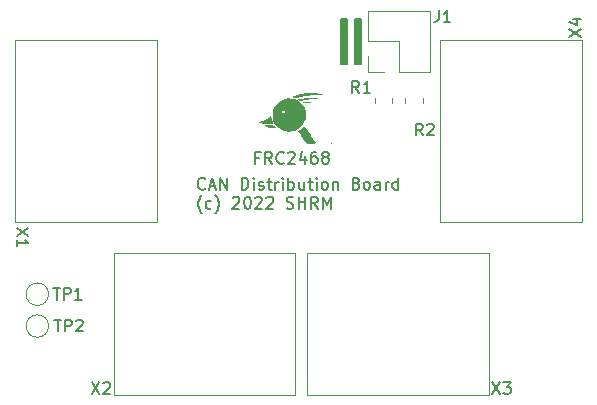
<source format=gbr>
%TF.GenerationSoftware,KiCad,Pcbnew,(6.0.8-1)-1*%
%TF.CreationDate,2022-12-26T11:19:25-06:00*%
%TF.ProjectId,CAN Distribution Board With Power v2,43414e20-4469-4737-9472-69627574696f,rev?*%
%TF.SameCoordinates,Original*%
%TF.FileFunction,Legend,Top*%
%TF.FilePolarity,Positive*%
%FSLAX46Y46*%
G04 Gerber Fmt 4.6, Leading zero omitted, Abs format (unit mm)*
G04 Created by KiCad (PCBNEW (6.0.8-1)-1) date 2022-12-26 11:19:25*
%MOMM*%
%LPD*%
G01*
G04 APERTURE LIST*
%ADD10C,0.150000*%
%ADD11C,0.120000*%
G04 APERTURE END LIST*
D10*
X124300000Y-86900000D02*
X123800000Y-86900000D01*
X123800000Y-86900000D02*
X123800000Y-90700000D01*
X123800000Y-90700000D02*
X124300000Y-90700000D01*
X124300000Y-90700000D02*
X124300000Y-86900000D01*
G36*
X124300000Y-86900000D02*
G01*
X123800000Y-86900000D01*
X123800000Y-90700000D01*
X124300000Y-90700000D01*
X124300000Y-86900000D01*
G37*
X123100000Y-86900000D02*
X122600000Y-86900000D01*
X122600000Y-86900000D02*
X122600000Y-90700000D01*
X122600000Y-90700000D02*
X123100000Y-90700000D01*
X123100000Y-90700000D02*
X123100000Y-86900000D01*
G36*
X123100000Y-86900000D02*
G01*
X122600000Y-86900000D01*
X122600000Y-90700000D01*
X123100000Y-90700000D01*
X123100000Y-86900000D01*
G37*
X111107023Y-101252142D02*
X111059404Y-101299761D01*
X110916547Y-101347380D01*
X110821309Y-101347380D01*
X110678452Y-101299761D01*
X110583214Y-101204523D01*
X110535595Y-101109285D01*
X110487976Y-100918809D01*
X110487976Y-100775952D01*
X110535595Y-100585476D01*
X110583214Y-100490238D01*
X110678452Y-100395000D01*
X110821309Y-100347380D01*
X110916547Y-100347380D01*
X111059404Y-100395000D01*
X111107023Y-100442619D01*
X111487976Y-101061666D02*
X111964166Y-101061666D01*
X111392738Y-101347380D02*
X111726071Y-100347380D01*
X112059404Y-101347380D01*
X112392738Y-101347380D02*
X112392738Y-100347380D01*
X112964166Y-101347380D01*
X112964166Y-100347380D01*
X114202261Y-101347380D02*
X114202261Y-100347380D01*
X114440357Y-100347380D01*
X114583214Y-100395000D01*
X114678452Y-100490238D01*
X114726071Y-100585476D01*
X114773690Y-100775952D01*
X114773690Y-100918809D01*
X114726071Y-101109285D01*
X114678452Y-101204523D01*
X114583214Y-101299761D01*
X114440357Y-101347380D01*
X114202261Y-101347380D01*
X115202261Y-101347380D02*
X115202261Y-100680714D01*
X115202261Y-100347380D02*
X115154642Y-100395000D01*
X115202261Y-100442619D01*
X115249880Y-100395000D01*
X115202261Y-100347380D01*
X115202261Y-100442619D01*
X115630833Y-101299761D02*
X115726071Y-101347380D01*
X115916547Y-101347380D01*
X116011785Y-101299761D01*
X116059404Y-101204523D01*
X116059404Y-101156904D01*
X116011785Y-101061666D01*
X115916547Y-101014047D01*
X115773690Y-101014047D01*
X115678452Y-100966428D01*
X115630833Y-100871190D01*
X115630833Y-100823571D01*
X115678452Y-100728333D01*
X115773690Y-100680714D01*
X115916547Y-100680714D01*
X116011785Y-100728333D01*
X116345119Y-100680714D02*
X116726071Y-100680714D01*
X116487976Y-100347380D02*
X116487976Y-101204523D01*
X116535595Y-101299761D01*
X116630833Y-101347380D01*
X116726071Y-101347380D01*
X117059404Y-101347380D02*
X117059404Y-100680714D01*
X117059404Y-100871190D02*
X117107023Y-100775952D01*
X117154642Y-100728333D01*
X117249880Y-100680714D01*
X117345119Y-100680714D01*
X117678452Y-101347380D02*
X117678452Y-100680714D01*
X117678452Y-100347380D02*
X117630833Y-100395000D01*
X117678452Y-100442619D01*
X117726071Y-100395000D01*
X117678452Y-100347380D01*
X117678452Y-100442619D01*
X118154642Y-101347380D02*
X118154642Y-100347380D01*
X118154642Y-100728333D02*
X118249880Y-100680714D01*
X118440357Y-100680714D01*
X118535595Y-100728333D01*
X118583214Y-100775952D01*
X118630833Y-100871190D01*
X118630833Y-101156904D01*
X118583214Y-101252142D01*
X118535595Y-101299761D01*
X118440357Y-101347380D01*
X118249880Y-101347380D01*
X118154642Y-101299761D01*
X119487976Y-100680714D02*
X119487976Y-101347380D01*
X119059404Y-100680714D02*
X119059404Y-101204523D01*
X119107023Y-101299761D01*
X119202261Y-101347380D01*
X119345119Y-101347380D01*
X119440357Y-101299761D01*
X119487976Y-101252142D01*
X119821309Y-100680714D02*
X120202261Y-100680714D01*
X119964166Y-100347380D02*
X119964166Y-101204523D01*
X120011785Y-101299761D01*
X120107023Y-101347380D01*
X120202261Y-101347380D01*
X120535595Y-101347380D02*
X120535595Y-100680714D01*
X120535595Y-100347380D02*
X120487976Y-100395000D01*
X120535595Y-100442619D01*
X120583214Y-100395000D01*
X120535595Y-100347380D01*
X120535595Y-100442619D01*
X121154642Y-101347380D02*
X121059404Y-101299761D01*
X121011785Y-101252142D01*
X120964166Y-101156904D01*
X120964166Y-100871190D01*
X121011785Y-100775952D01*
X121059404Y-100728333D01*
X121154642Y-100680714D01*
X121297500Y-100680714D01*
X121392738Y-100728333D01*
X121440357Y-100775952D01*
X121487976Y-100871190D01*
X121487976Y-101156904D01*
X121440357Y-101252142D01*
X121392738Y-101299761D01*
X121297500Y-101347380D01*
X121154642Y-101347380D01*
X121916547Y-100680714D02*
X121916547Y-101347380D01*
X121916547Y-100775952D02*
X121964166Y-100728333D01*
X122059404Y-100680714D01*
X122202261Y-100680714D01*
X122297500Y-100728333D01*
X122345119Y-100823571D01*
X122345119Y-101347380D01*
X123916547Y-100823571D02*
X124059404Y-100871190D01*
X124107023Y-100918809D01*
X124154642Y-101014047D01*
X124154642Y-101156904D01*
X124107023Y-101252142D01*
X124059404Y-101299761D01*
X123964166Y-101347380D01*
X123583214Y-101347380D01*
X123583214Y-100347380D01*
X123916547Y-100347380D01*
X124011785Y-100395000D01*
X124059404Y-100442619D01*
X124107023Y-100537857D01*
X124107023Y-100633095D01*
X124059404Y-100728333D01*
X124011785Y-100775952D01*
X123916547Y-100823571D01*
X123583214Y-100823571D01*
X124726071Y-101347380D02*
X124630833Y-101299761D01*
X124583214Y-101252142D01*
X124535595Y-101156904D01*
X124535595Y-100871190D01*
X124583214Y-100775952D01*
X124630833Y-100728333D01*
X124726071Y-100680714D01*
X124868928Y-100680714D01*
X124964166Y-100728333D01*
X125011785Y-100775952D01*
X125059404Y-100871190D01*
X125059404Y-101156904D01*
X125011785Y-101252142D01*
X124964166Y-101299761D01*
X124868928Y-101347380D01*
X124726071Y-101347380D01*
X125916547Y-101347380D02*
X125916547Y-100823571D01*
X125868928Y-100728333D01*
X125773690Y-100680714D01*
X125583214Y-100680714D01*
X125487976Y-100728333D01*
X125916547Y-101299761D02*
X125821309Y-101347380D01*
X125583214Y-101347380D01*
X125487976Y-101299761D01*
X125440357Y-101204523D01*
X125440357Y-101109285D01*
X125487976Y-101014047D01*
X125583214Y-100966428D01*
X125821309Y-100966428D01*
X125916547Y-100918809D01*
X126392738Y-101347380D02*
X126392738Y-100680714D01*
X126392738Y-100871190D02*
X126440357Y-100775952D01*
X126487976Y-100728333D01*
X126583214Y-100680714D01*
X126678452Y-100680714D01*
X127440357Y-101347380D02*
X127440357Y-100347380D01*
X127440357Y-101299761D02*
X127345119Y-101347380D01*
X127154642Y-101347380D01*
X127059404Y-101299761D01*
X127011785Y-101252142D01*
X126964166Y-101156904D01*
X126964166Y-100871190D01*
X127011785Y-100775952D01*
X127059404Y-100728333D01*
X127154642Y-100680714D01*
X127345119Y-100680714D01*
X127440357Y-100728333D01*
X110821309Y-103338333D02*
X110773690Y-103290714D01*
X110678452Y-103147857D01*
X110630833Y-103052619D01*
X110583214Y-102909761D01*
X110535595Y-102671666D01*
X110535595Y-102481190D01*
X110583214Y-102243095D01*
X110630833Y-102100238D01*
X110678452Y-102005000D01*
X110773690Y-101862142D01*
X110821309Y-101814523D01*
X111630833Y-102909761D02*
X111535595Y-102957380D01*
X111345119Y-102957380D01*
X111249880Y-102909761D01*
X111202261Y-102862142D01*
X111154642Y-102766904D01*
X111154642Y-102481190D01*
X111202261Y-102385952D01*
X111249880Y-102338333D01*
X111345119Y-102290714D01*
X111535595Y-102290714D01*
X111630833Y-102338333D01*
X111964166Y-103338333D02*
X112011785Y-103290714D01*
X112107023Y-103147857D01*
X112154642Y-103052619D01*
X112202261Y-102909761D01*
X112249880Y-102671666D01*
X112249880Y-102481190D01*
X112202261Y-102243095D01*
X112154642Y-102100238D01*
X112107023Y-102005000D01*
X112011785Y-101862142D01*
X111964166Y-101814523D01*
X113440357Y-102052619D02*
X113487976Y-102005000D01*
X113583214Y-101957380D01*
X113821309Y-101957380D01*
X113916547Y-102005000D01*
X113964166Y-102052619D01*
X114011785Y-102147857D01*
X114011785Y-102243095D01*
X113964166Y-102385952D01*
X113392738Y-102957380D01*
X114011785Y-102957380D01*
X114630833Y-101957380D02*
X114726071Y-101957380D01*
X114821309Y-102005000D01*
X114868928Y-102052619D01*
X114916547Y-102147857D01*
X114964166Y-102338333D01*
X114964166Y-102576428D01*
X114916547Y-102766904D01*
X114868928Y-102862142D01*
X114821309Y-102909761D01*
X114726071Y-102957380D01*
X114630833Y-102957380D01*
X114535595Y-102909761D01*
X114487976Y-102862142D01*
X114440357Y-102766904D01*
X114392738Y-102576428D01*
X114392738Y-102338333D01*
X114440357Y-102147857D01*
X114487976Y-102052619D01*
X114535595Y-102005000D01*
X114630833Y-101957380D01*
X115345119Y-102052619D02*
X115392738Y-102005000D01*
X115487976Y-101957380D01*
X115726071Y-101957380D01*
X115821309Y-102005000D01*
X115868928Y-102052619D01*
X115916547Y-102147857D01*
X115916547Y-102243095D01*
X115868928Y-102385952D01*
X115297500Y-102957380D01*
X115916547Y-102957380D01*
X116297500Y-102052619D02*
X116345119Y-102005000D01*
X116440357Y-101957380D01*
X116678452Y-101957380D01*
X116773690Y-102005000D01*
X116821309Y-102052619D01*
X116868928Y-102147857D01*
X116868928Y-102243095D01*
X116821309Y-102385952D01*
X116249880Y-102957380D01*
X116868928Y-102957380D01*
X118011785Y-102909761D02*
X118154642Y-102957380D01*
X118392738Y-102957380D01*
X118487976Y-102909761D01*
X118535595Y-102862142D01*
X118583214Y-102766904D01*
X118583214Y-102671666D01*
X118535595Y-102576428D01*
X118487976Y-102528809D01*
X118392738Y-102481190D01*
X118202261Y-102433571D01*
X118107023Y-102385952D01*
X118059404Y-102338333D01*
X118011785Y-102243095D01*
X118011785Y-102147857D01*
X118059404Y-102052619D01*
X118107023Y-102005000D01*
X118202261Y-101957380D01*
X118440357Y-101957380D01*
X118583214Y-102005000D01*
X119011785Y-102957380D02*
X119011785Y-101957380D01*
X119011785Y-102433571D02*
X119583214Y-102433571D01*
X119583214Y-102957380D02*
X119583214Y-101957380D01*
X120630833Y-102957380D02*
X120297500Y-102481190D01*
X120059404Y-102957380D02*
X120059404Y-101957380D01*
X120440357Y-101957380D01*
X120535595Y-102005000D01*
X120583214Y-102052619D01*
X120630833Y-102147857D01*
X120630833Y-102290714D01*
X120583214Y-102385952D01*
X120535595Y-102433571D01*
X120440357Y-102481190D01*
X120059404Y-102481190D01*
X121059404Y-102957380D02*
X121059404Y-101957380D01*
X121392738Y-102671666D01*
X121726071Y-101957380D01*
X121726071Y-102957380D01*
X115668928Y-98628571D02*
X115335595Y-98628571D01*
X115335595Y-99152380D02*
X115335595Y-98152380D01*
X115811785Y-98152380D01*
X116764166Y-99152380D02*
X116430833Y-98676190D01*
X116192738Y-99152380D02*
X116192738Y-98152380D01*
X116573690Y-98152380D01*
X116668928Y-98200000D01*
X116716547Y-98247619D01*
X116764166Y-98342857D01*
X116764166Y-98485714D01*
X116716547Y-98580952D01*
X116668928Y-98628571D01*
X116573690Y-98676190D01*
X116192738Y-98676190D01*
X117764166Y-99057142D02*
X117716547Y-99104761D01*
X117573690Y-99152380D01*
X117478452Y-99152380D01*
X117335595Y-99104761D01*
X117240357Y-99009523D01*
X117192738Y-98914285D01*
X117145119Y-98723809D01*
X117145119Y-98580952D01*
X117192738Y-98390476D01*
X117240357Y-98295238D01*
X117335595Y-98200000D01*
X117478452Y-98152380D01*
X117573690Y-98152380D01*
X117716547Y-98200000D01*
X117764166Y-98247619D01*
X118145119Y-98247619D02*
X118192738Y-98200000D01*
X118287976Y-98152380D01*
X118526071Y-98152380D01*
X118621309Y-98200000D01*
X118668928Y-98247619D01*
X118716547Y-98342857D01*
X118716547Y-98438095D01*
X118668928Y-98580952D01*
X118097500Y-99152380D01*
X118716547Y-99152380D01*
X119573690Y-98485714D02*
X119573690Y-99152380D01*
X119335595Y-98104761D02*
X119097500Y-98819047D01*
X119716547Y-98819047D01*
X120526071Y-98152380D02*
X120335595Y-98152380D01*
X120240357Y-98200000D01*
X120192738Y-98247619D01*
X120097500Y-98390476D01*
X120049880Y-98580952D01*
X120049880Y-98961904D01*
X120097500Y-99057142D01*
X120145119Y-99104761D01*
X120240357Y-99152380D01*
X120430833Y-99152380D01*
X120526071Y-99104761D01*
X120573690Y-99057142D01*
X120621309Y-98961904D01*
X120621309Y-98723809D01*
X120573690Y-98628571D01*
X120526071Y-98580952D01*
X120430833Y-98533333D01*
X120240357Y-98533333D01*
X120145119Y-98580952D01*
X120097500Y-98628571D01*
X120049880Y-98723809D01*
X121192738Y-98580952D02*
X121097500Y-98533333D01*
X121049880Y-98485714D01*
X121002261Y-98390476D01*
X121002261Y-98342857D01*
X121049880Y-98247619D01*
X121097500Y-98200000D01*
X121192738Y-98152380D01*
X121383214Y-98152380D01*
X121478452Y-98200000D01*
X121526071Y-98247619D01*
X121573690Y-98342857D01*
X121573690Y-98390476D01*
X121526071Y-98485714D01*
X121478452Y-98533333D01*
X121383214Y-98580952D01*
X121192738Y-98580952D01*
X121097500Y-98628571D01*
X121049880Y-98676190D01*
X121002261Y-98771428D01*
X121002261Y-98961904D01*
X121049880Y-99057142D01*
X121097500Y-99104761D01*
X121192738Y-99152380D01*
X121383214Y-99152380D01*
X121478452Y-99104761D01*
X121526071Y-99057142D01*
X121573690Y-98961904D01*
X121573690Y-98771428D01*
X121526071Y-98676190D01*
X121478452Y-98628571D01*
X121383214Y-98580952D01*
%TO.C,R1*%
X124133333Y-93152380D02*
X123800000Y-92676190D01*
X123561904Y-93152380D02*
X123561904Y-92152380D01*
X123942857Y-92152380D01*
X124038095Y-92200000D01*
X124085714Y-92247619D01*
X124133333Y-92342857D01*
X124133333Y-92485714D01*
X124085714Y-92580952D01*
X124038095Y-92628571D01*
X123942857Y-92676190D01*
X123561904Y-92676190D01*
X125085714Y-93152380D02*
X124514285Y-93152380D01*
X124800000Y-93152380D02*
X124800000Y-92152380D01*
X124704761Y-92295238D01*
X124609523Y-92390476D01*
X124514285Y-92438095D01*
%TO.C,X3*%
X135390476Y-117652380D02*
X136057142Y-118652380D01*
X136057142Y-117652380D02*
X135390476Y-118652380D01*
X136342857Y-117652380D02*
X136961904Y-117652380D01*
X136628571Y-118033333D01*
X136771428Y-118033333D01*
X136866666Y-118080952D01*
X136914285Y-118128571D01*
X136961904Y-118223809D01*
X136961904Y-118461904D01*
X136914285Y-118557142D01*
X136866666Y-118604761D01*
X136771428Y-118652380D01*
X136485714Y-118652380D01*
X136390476Y-118604761D01*
X136342857Y-118557142D01*
%TO.C,X2*%
X101490476Y-117652380D02*
X102157142Y-118652380D01*
X102157142Y-117652380D02*
X101490476Y-118652380D01*
X102490476Y-117747619D02*
X102538095Y-117700000D01*
X102633333Y-117652380D01*
X102871428Y-117652380D01*
X102966666Y-117700000D01*
X103014285Y-117747619D01*
X103061904Y-117842857D01*
X103061904Y-117938095D01*
X103014285Y-118080952D01*
X102442857Y-118652380D01*
X103061904Y-118652380D01*
%TO.C,X1*%
X96147619Y-104590476D02*
X95147619Y-105257142D01*
X96147619Y-105257142D02*
X95147619Y-104590476D01*
X95147619Y-106161904D02*
X95147619Y-105590476D01*
X95147619Y-105876190D02*
X96147619Y-105876190D01*
X96004761Y-105780952D01*
X95909523Y-105685714D01*
X95861904Y-105590476D01*
%TO.C,X4*%
X141952380Y-88409523D02*
X142952380Y-87742857D01*
X141952380Y-87742857D02*
X142952380Y-88409523D01*
X142285714Y-86933333D02*
X142952380Y-86933333D01*
X141904761Y-87171428D02*
X142619047Y-87409523D01*
X142619047Y-86790476D01*
%TO.C,TP1*%
X98238095Y-109652380D02*
X98809523Y-109652380D01*
X98523809Y-110652380D02*
X98523809Y-109652380D01*
X99142857Y-110652380D02*
X99142857Y-109652380D01*
X99523809Y-109652380D01*
X99619047Y-109700000D01*
X99666666Y-109747619D01*
X99714285Y-109842857D01*
X99714285Y-109985714D01*
X99666666Y-110080952D01*
X99619047Y-110128571D01*
X99523809Y-110176190D01*
X99142857Y-110176190D01*
X100666666Y-110652380D02*
X100095238Y-110652380D01*
X100380952Y-110652380D02*
X100380952Y-109652380D01*
X100285714Y-109795238D01*
X100190476Y-109890476D01*
X100095238Y-109938095D01*
%TO.C,J1*%
X130866666Y-86152380D02*
X130866666Y-86866666D01*
X130819047Y-87009523D01*
X130723809Y-87104761D01*
X130580952Y-87152380D01*
X130485714Y-87152380D01*
X131866666Y-87152380D02*
X131295238Y-87152380D01*
X131580952Y-87152380D02*
X131580952Y-86152380D01*
X131485714Y-86295238D01*
X131390476Y-86390476D01*
X131295238Y-86438095D01*
%TO.C,R2*%
X129533333Y-96752380D02*
X129200000Y-96276190D01*
X128961904Y-96752380D02*
X128961904Y-95752380D01*
X129342857Y-95752380D01*
X129438095Y-95800000D01*
X129485714Y-95847619D01*
X129533333Y-95942857D01*
X129533333Y-96085714D01*
X129485714Y-96180952D01*
X129438095Y-96228571D01*
X129342857Y-96276190D01*
X128961904Y-96276190D01*
X129914285Y-95847619D02*
X129961904Y-95800000D01*
X130057142Y-95752380D01*
X130295238Y-95752380D01*
X130390476Y-95800000D01*
X130438095Y-95847619D01*
X130485714Y-95942857D01*
X130485714Y-96038095D01*
X130438095Y-96180952D01*
X129866666Y-96752380D01*
X130485714Y-96752380D01*
%TO.C,TP2*%
X98338095Y-112352380D02*
X98909523Y-112352380D01*
X98623809Y-113352380D02*
X98623809Y-112352380D01*
X99242857Y-113352380D02*
X99242857Y-112352380D01*
X99623809Y-112352380D01*
X99719047Y-112400000D01*
X99766666Y-112447619D01*
X99814285Y-112542857D01*
X99814285Y-112685714D01*
X99766666Y-112780952D01*
X99719047Y-112828571D01*
X99623809Y-112876190D01*
X99242857Y-112876190D01*
X100195238Y-112447619D02*
X100242857Y-112400000D01*
X100338095Y-112352380D01*
X100576190Y-112352380D01*
X100671428Y-112400000D01*
X100719047Y-112447619D01*
X100766666Y-112542857D01*
X100766666Y-112638095D01*
X100719047Y-112780952D01*
X100147619Y-113352380D01*
X100766666Y-113352380D01*
D11*
%TO.C,R1*%
X126935000Y-94027064D02*
X126935000Y-93572936D01*
X125465000Y-94027064D02*
X125465000Y-93572936D01*
%TO.C,X3*%
X119700000Y-118705000D02*
X135100000Y-118705000D01*
X135100000Y-118705000D02*
X135100000Y-106705000D01*
X135100000Y-106705000D02*
X119700000Y-106705000D01*
X119700000Y-106705000D02*
X119700000Y-118705000D01*
%TO.C,X2*%
X103350000Y-118705000D02*
X118750000Y-118705000D01*
X118750000Y-118705000D02*
X118750000Y-106705000D01*
X118750000Y-106705000D02*
X103350000Y-106705000D01*
X103350000Y-106705000D02*
X103350000Y-118705000D01*
%TO.C,X1*%
X95000000Y-88650000D02*
X107000000Y-88650000D01*
X107000000Y-88650000D02*
X107000000Y-104050000D01*
X107000000Y-104050000D02*
X95000000Y-104050000D01*
X95000000Y-104050000D02*
X95000000Y-88650000D01*
%TO.C,G\u002A\u002A\u002A*%
G36*
X120513529Y-93587044D02*
G01*
X120627994Y-93591972D01*
X120695237Y-93601824D01*
X120708740Y-93614482D01*
X120668515Y-93632057D01*
X120585846Y-93643572D01*
X120515173Y-93646192D01*
X120383659Y-93652761D01*
X120203859Y-93671233D01*
X119989396Y-93699756D01*
X119753894Y-93736481D01*
X119510978Y-93779556D01*
X119455456Y-93790173D01*
X119321232Y-93815901D01*
X119233459Y-93829074D01*
X119176174Y-93828417D01*
X119133419Y-93812651D01*
X119089233Y-93780499D01*
X119062668Y-93758740D01*
X118970405Y-93683306D01*
X119110234Y-93666828D01*
X119315192Y-93645151D01*
X119532945Y-93626433D01*
X119754917Y-93610953D01*
X119972535Y-93598994D01*
X120177225Y-93590835D01*
X120360414Y-93586758D01*
X120513529Y-93587044D01*
G37*
G36*
X116142447Y-95852201D02*
G01*
X116212909Y-95863295D01*
X116329045Y-95875428D01*
X116473168Y-95886940D01*
X116590795Y-95894266D01*
X116746951Y-95903776D01*
X116853619Y-95914330D01*
X116924693Y-95929251D01*
X116974067Y-95951860D01*
X117015632Y-95985478D01*
X117029621Y-95999171D01*
X117079776Y-96062010D01*
X117097002Y-96110599D01*
X117094695Y-96118085D01*
X117052390Y-96136206D01*
X116965036Y-96145402D01*
X116850450Y-96145105D01*
X116726450Y-96134750D01*
X116697379Y-96130722D01*
X116521209Y-96092148D01*
X116353022Y-96034097D01*
X116214444Y-95964848D01*
X116157629Y-95924087D01*
X116047316Y-95829352D01*
X116142447Y-95852201D01*
G37*
G36*
X119773233Y-93947067D02*
G01*
X119910730Y-93952404D01*
X120031621Y-93961349D01*
X120119947Y-93973534D01*
X120158521Y-93987079D01*
X120169023Y-94009359D01*
X120138199Y-94021695D01*
X120056856Y-94026547D01*
X120009526Y-94026942D01*
X119869146Y-94030427D01*
X119709184Y-94039148D01*
X119611253Y-94046967D01*
X119480632Y-94054394D01*
X119404317Y-94046030D01*
X119378178Y-94028777D01*
X119369540Y-93981402D01*
X119376355Y-93969114D01*
X119420691Y-93956359D01*
X119512254Y-93948678D01*
X119635088Y-93945702D01*
X119773233Y-93947067D01*
G37*
G36*
X117080119Y-94206077D02*
G01*
X117266595Y-93990763D01*
X117495813Y-93816639D01*
X117622525Y-93748529D01*
X117877894Y-93659910D01*
X118149812Y-93622431D01*
X118425671Y-93634375D01*
X118692865Y-93694023D01*
X118938788Y-93799657D01*
X119150834Y-93949562D01*
X119160158Y-93958038D01*
X119369832Y-94190438D01*
X119521660Y-94446625D01*
X119614415Y-94722625D01*
X119646871Y-95014464D01*
X119617802Y-95318168D01*
X119602047Y-95390262D01*
X119508848Y-95647122D01*
X119364851Y-95876312D01*
X119178424Y-96072996D01*
X118957936Y-96232337D01*
X118711758Y-96349496D01*
X118448259Y-96419637D01*
X118175807Y-96437923D01*
X117902773Y-96399516D01*
X117870662Y-96390950D01*
X117575424Y-96279540D01*
X117326184Y-96125399D01*
X117124849Y-95931020D01*
X116973328Y-95698897D01*
X116873529Y-95431521D01*
X116827362Y-95131387D01*
X116824220Y-95023931D01*
X116854223Y-94730183D01*
X116857642Y-94719356D01*
X117627944Y-94719356D01*
X117634841Y-94783793D01*
X117646484Y-94800963D01*
X117706746Y-94843031D01*
X117743821Y-94851186D01*
X117809423Y-94828312D01*
X117841158Y-94800963D01*
X117862994Y-94736574D01*
X117834432Y-94678892D01*
X117767303Y-94646861D01*
X117743821Y-94645069D01*
X117668214Y-94666798D01*
X117627944Y-94719356D01*
X116857642Y-94719356D01*
X116941092Y-94455058D01*
X117080119Y-94206077D01*
G37*
G36*
X120227634Y-93175160D02*
G01*
X120549354Y-93195246D01*
X120828638Y-93231218D01*
X120968160Y-93255652D01*
X121082738Y-93277497D01*
X121159029Y-93294096D01*
X121183677Y-93301946D01*
X121161392Y-93306648D01*
X121090418Y-93306924D01*
X120985332Y-93302779D01*
X120968648Y-93301842D01*
X120726491Y-93298711D01*
X120440713Y-93313015D01*
X120128084Y-93342829D01*
X119805376Y-93386227D01*
X119489361Y-93441283D01*
X119202497Y-93504649D01*
X119088544Y-93532387D01*
X118986995Y-93555968D01*
X118943833Y-93565324D01*
X118864235Y-93584041D01*
X118816991Y-93598159D01*
X118755679Y-93596049D01*
X118726842Y-93582924D01*
X118659482Y-93559025D01*
X118593944Y-93551547D01*
X118514888Y-93543397D01*
X118491175Y-93521951D01*
X118516764Y-93489856D01*
X118585616Y-93449762D01*
X118691690Y-93404316D01*
X118828945Y-93356167D01*
X118991341Y-93307963D01*
X119172838Y-93262354D01*
X119329003Y-93229266D01*
X119596295Y-93192142D01*
X119902893Y-93174116D01*
X120227634Y-93175160D01*
G37*
G36*
X119487270Y-95953121D02*
G01*
X119508075Y-96004896D01*
X119543384Y-96050559D01*
X119629779Y-96144312D01*
X119714021Y-96244918D01*
X119804288Y-96363249D01*
X119908760Y-96510174D01*
X120035617Y-96696563D01*
X120084506Y-96769663D01*
X120184250Y-96917382D01*
X120273212Y-97045563D01*
X120344981Y-97145253D01*
X120393145Y-97207493D01*
X120409833Y-97224178D01*
X120437290Y-97260575D01*
X120439201Y-97275789D01*
X120461461Y-97328970D01*
X120486767Y-97356305D01*
X120526630Y-97402080D01*
X120534333Y-97423608D01*
X120504570Y-97433803D01*
X120423057Y-97442178D01*
X120301453Y-97447988D01*
X120151418Y-97450484D01*
X120114170Y-97450512D01*
X119694008Y-97449587D01*
X119551311Y-97254533D01*
X119480561Y-97156296D01*
X119424738Y-97075959D01*
X119394465Y-97028861D01*
X119392759Y-97025557D01*
X119367178Y-96980665D01*
X119319805Y-96904357D01*
X119289701Y-96857497D01*
X119239685Y-96777327D01*
X119208141Y-96720543D01*
X119202497Y-96705589D01*
X119185915Y-96671465D01*
X119146065Y-96608532D01*
X119097788Y-96538676D01*
X119055929Y-96483778D01*
X119041632Y-96468415D01*
X119016051Y-96427929D01*
X119003751Y-96399050D01*
X119007925Y-96354888D01*
X119058598Y-96305243D01*
X119122017Y-96264680D01*
X119226600Y-96189783D01*
X119332759Y-96093130D01*
X119373323Y-96048651D01*
X119434204Y-95982378D01*
X119475588Y-95949448D01*
X119487270Y-95953121D01*
G37*
G36*
X116693843Y-95101334D02*
G01*
X116714751Y-95171814D01*
X116727230Y-95263709D01*
X116728656Y-95301983D01*
X116741537Y-95392614D01*
X116771969Y-95490934D01*
X116772513Y-95492245D01*
X116814074Y-95599236D01*
X116849034Y-95699438D01*
X116882132Y-95802497D01*
X116591566Y-95798086D01*
X116423506Y-95791105D01*
X116243689Y-95776657D01*
X116086569Y-95757623D01*
X116063171Y-95753901D01*
X115870675Y-95718702D01*
X115709061Y-95683219D01*
X115586736Y-95649697D01*
X115512104Y-95620384D01*
X115492385Y-95601338D01*
X115515596Y-95586211D01*
X115537901Y-95591205D01*
X115620067Y-95600820D01*
X115740052Y-95587959D01*
X115883248Y-95557283D01*
X116035048Y-95513450D01*
X116180843Y-95461120D01*
X116306026Y-95404953D01*
X116395987Y-95349606D01*
X116434428Y-95305254D01*
X116470942Y-95266853D01*
X116486726Y-95263330D01*
X116526904Y-95239155D01*
X116578352Y-95179920D01*
X116586392Y-95168290D01*
X116633253Y-95105630D01*
X116666613Y-95074127D01*
X116669898Y-95073250D01*
X116693843Y-95101334D01*
G37*
G36*
X121834457Y-97420721D02*
G01*
X121808758Y-97447976D01*
X121786892Y-97451436D01*
X121744584Y-97444651D01*
X121739326Y-97438973D01*
X121764122Y-97418526D01*
X121786892Y-97408258D01*
X121827724Y-97407599D01*
X121834457Y-97420721D01*
G37*
%TO.C,X4*%
X143000000Y-104050000D02*
X131000000Y-104050000D01*
X131000000Y-104050000D02*
X131000000Y-88650000D01*
X131000000Y-88650000D02*
X143000000Y-88650000D01*
X143000000Y-88650000D02*
X143000000Y-104050000D01*
%TO.C,TP1*%
X97850000Y-110200000D02*
G75*
G03*
X97850000Y-110200000I-950000J0D01*
G01*
%TO.C,J1*%
X130130000Y-91392500D02*
X130130000Y-86192500D01*
X124930000Y-91392500D02*
X124930000Y-90062500D01*
X127530000Y-91392500D02*
X127530000Y-88792500D01*
X124930000Y-88792500D02*
X124930000Y-86192500D01*
X127530000Y-91392500D02*
X130130000Y-91392500D01*
X127530000Y-88792500D02*
X124930000Y-88792500D01*
X126260000Y-91392500D02*
X124930000Y-91392500D01*
X124930000Y-86192500D02*
X130130000Y-86192500D01*
%TO.C,R2*%
X129535000Y-94027064D02*
X129535000Y-93572936D01*
X128065000Y-94027064D02*
X128065000Y-93572936D01*
%TO.C,TP2*%
X97850000Y-112900000D02*
G75*
G03*
X97850000Y-112900000I-950000J0D01*
G01*
%TD*%
M02*

</source>
